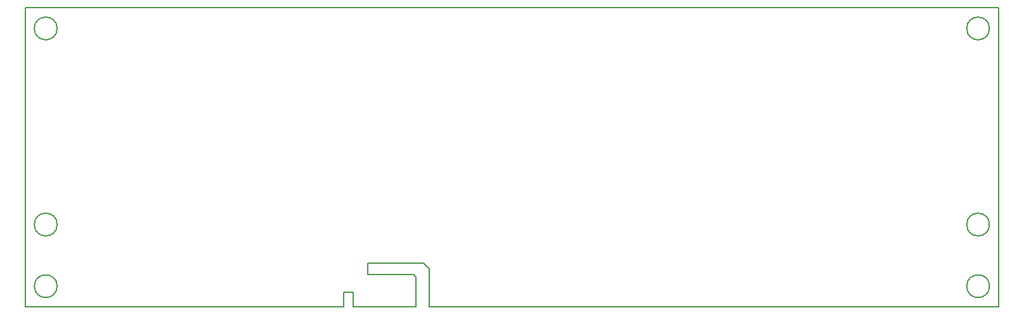
<source format=gm1>
G04*
G04 #@! TF.GenerationSoftware,Altium Limited,Altium Designer,18.1.7 (191)*
G04*
G04 Layer_Color=16711935*
%FSLAX25Y25*%
%MOIN*%
G70*
G01*
G75*
%ADD14C,0.00600*%
%ADD19C,0.00800*%
D14*
X506968Y43307D02*
G03*
X506968Y43307I-5984J0D01*
G01*
X16811D02*
G03*
X16811Y43307I-5984J0D01*
G01*
X506968Y146653D02*
G03*
X506968Y146653I-5984J0D01*
G01*
Y10827D02*
G03*
X506968Y10827I-5984J0D01*
G01*
X16811Y146653D02*
G03*
X16811Y146653I-5984J0D01*
G01*
Y10827D02*
G03*
X16811Y10827I-5984J0D01*
G01*
D19*
X212500Y0D02*
X511811Y0D01*
X172500Y-0D02*
X205500D01*
X180000Y23000D02*
X209500D01*
X212500Y20000D01*
Y0D02*
Y20000D01*
X205500Y0D02*
Y15500D01*
X204000Y17000D02*
X205500Y15500D01*
X180000Y17000D02*
X204000D01*
X180000D02*
Y23000D01*
X0Y0D02*
X167500D01*
X172500D02*
Y7500D01*
X167500D02*
X172500D01*
X167500Y0D02*
Y7500D01*
X511811Y157480D02*
X511811Y0D01*
X-0Y157480D02*
X511811D01*
X-0D02*
X0Y0D01*
M02*

</source>
